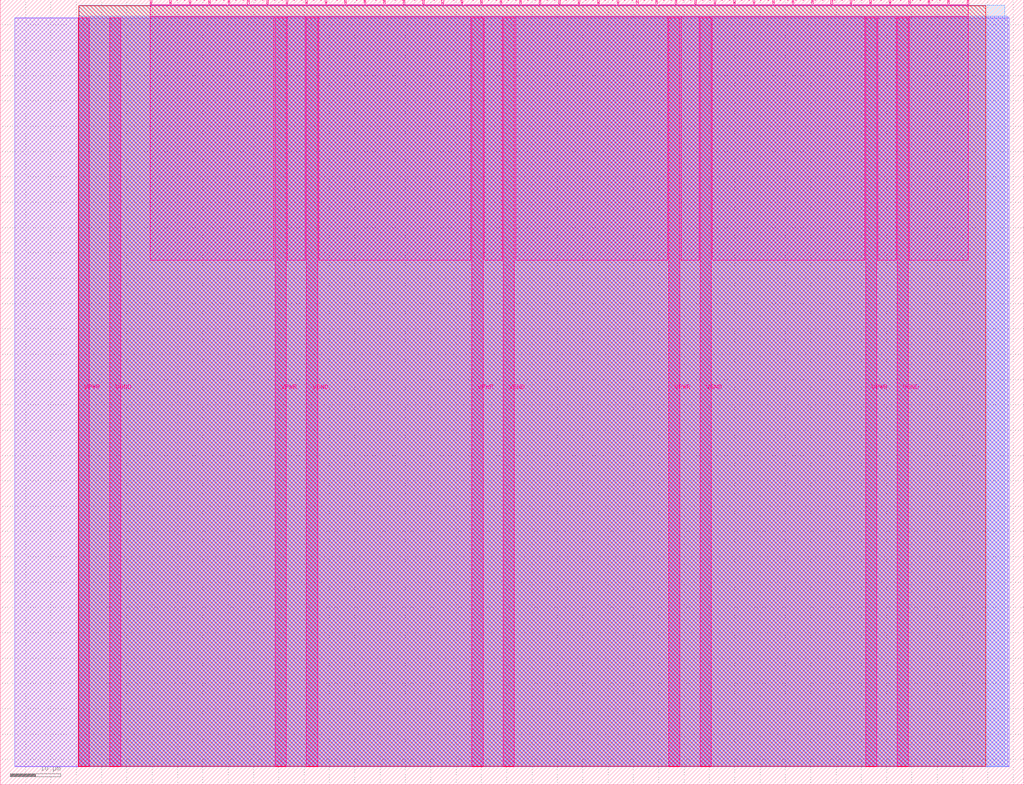
<source format=lef>
VERSION 5.7 ;
  NOWIREEXTENSIONATPIN ON ;
  DIVIDERCHAR "/" ;
  BUSBITCHARS "[]" ;
MACRO tt_um_algofoogle_ro_worker
  CLASS BLOCK ;
  FOREIGN tt_um_algofoogle_ro_worker ;
  ORIGIN 0.000 0.000 ;
  SIZE 202.080 BY 154.980 ;
  PIN VGND
    DIRECTION INOUT ;
    USE GROUND ;
    PORT
      LAYER Metal5 ;
        RECT 21.580 3.560 23.780 151.420 ;
    END
    PORT
      LAYER Metal5 ;
        RECT 60.450 3.560 62.650 151.420 ;
    END
    PORT
      LAYER Metal5 ;
        RECT 99.320 3.560 101.520 151.420 ;
    END
    PORT
      LAYER Metal5 ;
        RECT 138.190 3.560 140.390 151.420 ;
    END
    PORT
      LAYER Metal5 ;
        RECT 177.060 3.560 179.260 151.420 ;
    END
  END VGND
  PIN VPWR
    DIRECTION INOUT ;
    USE POWER ;
    PORT
      LAYER Metal5 ;
        RECT 15.380 3.560 17.580 151.420 ;
    END
    PORT
      LAYER Metal5 ;
        RECT 54.250 3.560 56.450 151.420 ;
    END
    PORT
      LAYER Metal5 ;
        RECT 93.120 3.560 95.320 151.420 ;
    END
    PORT
      LAYER Metal5 ;
        RECT 131.990 3.560 134.190 151.420 ;
    END
    PORT
      LAYER Metal5 ;
        RECT 170.860 3.560 173.060 151.420 ;
    END
  END VPWR
  PIN clk
    DIRECTION INPUT ;
    USE SIGNAL ;
    ANTENNAGATEAREA 0.180700 ;
    PORT
      LAYER Metal5 ;
        RECT 187.050 153.980 187.350 154.980 ;
    END
  END clk
  PIN ena
    DIRECTION INPUT ;
    USE SIGNAL ;
    ANTENNAGATEAREA 0.180700 ;
    PORT
      LAYER Metal5 ;
        RECT 190.890 153.980 191.190 154.980 ;
    END
  END ena
  PIN rst_n
    DIRECTION INPUT ;
    USE SIGNAL ;
    ANTENNAGATEAREA 0.180700 ;
    PORT
      LAYER Metal5 ;
        RECT 183.210 153.980 183.510 154.980 ;
    END
  END rst_n
  PIN ui_in[0]
    DIRECTION INPUT ;
    USE SIGNAL ;
    ANTENNAGATEAREA 0.180700 ;
    PORT
      LAYER Metal5 ;
        RECT 179.370 153.980 179.670 154.980 ;
    END
  END ui_in[0]
  PIN ui_in[1]
    DIRECTION INPUT ;
    USE SIGNAL ;
    ANTENNAGATEAREA 0.180700 ;
    PORT
      LAYER Metal5 ;
        RECT 175.530 153.980 175.830 154.980 ;
    END
  END ui_in[1]
  PIN ui_in[2]
    DIRECTION INPUT ;
    USE SIGNAL ;
    ANTENNAGATEAREA 0.180700 ;
    PORT
      LAYER Metal5 ;
        RECT 171.690 153.980 171.990 154.980 ;
    END
  END ui_in[2]
  PIN ui_in[3]
    DIRECTION INPUT ;
    USE SIGNAL ;
    ANTENNAGATEAREA 0.180700 ;
    PORT
      LAYER Metal5 ;
        RECT 167.850 153.980 168.150 154.980 ;
    END
  END ui_in[3]
  PIN ui_in[4]
    DIRECTION INPUT ;
    USE SIGNAL ;
    ANTENNAGATEAREA 0.180700 ;
    PORT
      LAYER Metal5 ;
        RECT 164.010 153.980 164.310 154.980 ;
    END
  END ui_in[4]
  PIN ui_in[5]
    DIRECTION INPUT ;
    USE SIGNAL ;
    ANTENNAGATEAREA 0.180700 ;
    PORT
      LAYER Metal5 ;
        RECT 160.170 153.980 160.470 154.980 ;
    END
  END ui_in[5]
  PIN ui_in[6]
    DIRECTION INPUT ;
    USE SIGNAL ;
    ANTENNAGATEAREA 0.180700 ;
    PORT
      LAYER Metal5 ;
        RECT 156.330 153.980 156.630 154.980 ;
    END
  END ui_in[6]
  PIN ui_in[7]
    DIRECTION INPUT ;
    USE SIGNAL ;
    ANTENNAGATEAREA 0.180700 ;
    PORT
      LAYER Metal5 ;
        RECT 152.490 153.980 152.790 154.980 ;
    END
  END ui_in[7]
  PIN uio_in[0]
    DIRECTION INPUT ;
    USE SIGNAL ;
    ANTENNAGATEAREA 0.180700 ;
    PORT
      LAYER Metal5 ;
        RECT 148.650 153.980 148.950 154.980 ;
    END
  END uio_in[0]
  PIN uio_in[1]
    DIRECTION INPUT ;
    USE SIGNAL ;
    ANTENNAGATEAREA 0.180700 ;
    PORT
      LAYER Metal5 ;
        RECT 144.810 153.980 145.110 154.980 ;
    END
  END uio_in[1]
  PIN uio_in[2]
    DIRECTION INPUT ;
    USE SIGNAL ;
    ANTENNAGATEAREA 0.180700 ;
    PORT
      LAYER Metal5 ;
        RECT 140.970 153.980 141.270 154.980 ;
    END
  END uio_in[2]
  PIN uio_in[3]
    DIRECTION INPUT ;
    USE SIGNAL ;
    ANTENNAGATEAREA 0.180700 ;
    PORT
      LAYER Metal5 ;
        RECT 137.130 153.980 137.430 154.980 ;
    END
  END uio_in[3]
  PIN uio_in[4]
    DIRECTION INPUT ;
    USE SIGNAL ;
    PORT
      LAYER Metal5 ;
        RECT 133.290 153.980 133.590 154.980 ;
    END
  END uio_in[4]
  PIN uio_in[5]
    DIRECTION INPUT ;
    USE SIGNAL ;
    PORT
      LAYER Metal5 ;
        RECT 129.450 153.980 129.750 154.980 ;
    END
  END uio_in[5]
  PIN uio_in[6]
    DIRECTION INPUT ;
    USE SIGNAL ;
    PORT
      LAYER Metal5 ;
        RECT 125.610 153.980 125.910 154.980 ;
    END
  END uio_in[6]
  PIN uio_in[7]
    DIRECTION INPUT ;
    USE SIGNAL ;
    PORT
      LAYER Metal5 ;
        RECT 121.770 153.980 122.070 154.980 ;
    END
  END uio_in[7]
  PIN uio_oe[0]
    DIRECTION OUTPUT ;
    USE SIGNAL ;
    ANTENNADIFFAREA 0.299200 ;
    PORT
      LAYER Metal5 ;
        RECT 56.490 153.980 56.790 154.980 ;
    END
  END uio_oe[0]
  PIN uio_oe[1]
    DIRECTION OUTPUT ;
    USE SIGNAL ;
    ANTENNADIFFAREA 0.299200 ;
    PORT
      LAYER Metal5 ;
        RECT 52.650 153.980 52.950 154.980 ;
    END
  END uio_oe[1]
  PIN uio_oe[2]
    DIRECTION OUTPUT ;
    USE SIGNAL ;
    ANTENNADIFFAREA 0.299200 ;
    PORT
      LAYER Metal5 ;
        RECT 48.810 153.980 49.110 154.980 ;
    END
  END uio_oe[2]
  PIN uio_oe[3]
    DIRECTION OUTPUT ;
    USE SIGNAL ;
    ANTENNADIFFAREA 0.299200 ;
    PORT
      LAYER Metal5 ;
        RECT 44.970 153.980 45.270 154.980 ;
    END
  END uio_oe[3]
  PIN uio_oe[4]
    DIRECTION OUTPUT ;
    USE SIGNAL ;
    ANTENNADIFFAREA 0.299200 ;
    PORT
      LAYER Metal5 ;
        RECT 41.130 153.980 41.430 154.980 ;
    END
  END uio_oe[4]
  PIN uio_oe[5]
    DIRECTION OUTPUT ;
    USE SIGNAL ;
    ANTENNADIFFAREA 0.392700 ;
    PORT
      LAYER Metal5 ;
        RECT 37.290 153.980 37.590 154.980 ;
    END
  END uio_oe[5]
  PIN uio_oe[6]
    DIRECTION OUTPUT ;
    USE SIGNAL ;
    ANTENNADIFFAREA 0.392700 ;
    PORT
      LAYER Metal5 ;
        RECT 33.450 153.980 33.750 154.980 ;
    END
  END uio_oe[6]
  PIN uio_oe[7]
    DIRECTION OUTPUT ;
    USE SIGNAL ;
    ANTENNADIFFAREA 0.392700 ;
    PORT
      LAYER Metal5 ;
        RECT 29.610 153.980 29.910 154.980 ;
    END
  END uio_oe[7]
  PIN uio_out[0]
    DIRECTION OUTPUT ;
    USE SIGNAL ;
    ANTENNADIFFAREA 0.299200 ;
    PORT
      LAYER Metal5 ;
        RECT 87.210 153.980 87.510 154.980 ;
    END
  END uio_out[0]
  PIN uio_out[1]
    DIRECTION OUTPUT ;
    USE SIGNAL ;
    ANTENNADIFFAREA 0.299200 ;
    PORT
      LAYER Metal5 ;
        RECT 83.370 153.980 83.670 154.980 ;
    END
  END uio_out[1]
  PIN uio_out[2]
    DIRECTION OUTPUT ;
    USE SIGNAL ;
    ANTENNADIFFAREA 0.299200 ;
    PORT
      LAYER Metal5 ;
        RECT 79.530 153.980 79.830 154.980 ;
    END
  END uio_out[2]
  PIN uio_out[3]
    DIRECTION OUTPUT ;
    USE SIGNAL ;
    ANTENNADIFFAREA 0.299200 ;
    PORT
      LAYER Metal5 ;
        RECT 75.690 153.980 75.990 154.980 ;
    END
  END uio_out[3]
  PIN uio_out[4]
    DIRECTION OUTPUT ;
    USE SIGNAL ;
    ANTENNADIFFAREA 0.299200 ;
    PORT
      LAYER Metal5 ;
        RECT 71.850 153.980 72.150 154.980 ;
    END
  END uio_out[4]
  PIN uio_out[5]
    DIRECTION OUTPUT ;
    USE SIGNAL ;
    ANTENNADIFFAREA 0.654800 ;
    PORT
      LAYER Metal5 ;
        RECT 68.010 153.980 68.310 154.980 ;
    END
  END uio_out[5]
  PIN uio_out[6]
    DIRECTION OUTPUT ;
    USE SIGNAL ;
    ANTENNADIFFAREA 0.654800 ;
    PORT
      LAYER Metal5 ;
        RECT 64.170 153.980 64.470 154.980 ;
    END
  END uio_out[6]
  PIN uio_out[7]
    DIRECTION OUTPUT ;
    USE SIGNAL ;
    ANTENNADIFFAREA 0.654800 ;
    PORT
      LAYER Metal5 ;
        RECT 60.330 153.980 60.630 154.980 ;
    END
  END uio_out[7]
  PIN uo_out[0]
    DIRECTION OUTPUT ;
    USE SIGNAL ;
    ANTENNADIFFAREA 0.654800 ;
    PORT
      LAYER Metal5 ;
        RECT 117.930 153.980 118.230 154.980 ;
    END
  END uo_out[0]
  PIN uo_out[1]
    DIRECTION OUTPUT ;
    USE SIGNAL ;
    ANTENNADIFFAREA 0.654800 ;
    PORT
      LAYER Metal5 ;
        RECT 114.090 153.980 114.390 154.980 ;
    END
  END uo_out[1]
  PIN uo_out[2]
    DIRECTION OUTPUT ;
    USE SIGNAL ;
    ANTENNADIFFAREA 0.654800 ;
    PORT
      LAYER Metal5 ;
        RECT 110.250 153.980 110.550 154.980 ;
    END
  END uo_out[2]
  PIN uo_out[3]
    DIRECTION OUTPUT ;
    USE SIGNAL ;
    ANTENNADIFFAREA 0.654800 ;
    PORT
      LAYER Metal5 ;
        RECT 106.410 153.980 106.710 154.980 ;
    END
  END uo_out[3]
  PIN uo_out[4]
    DIRECTION OUTPUT ;
    USE SIGNAL ;
    ANTENNADIFFAREA 0.654800 ;
    PORT
      LAYER Metal5 ;
        RECT 102.570 153.980 102.870 154.980 ;
    END
  END uo_out[4]
  PIN uo_out[5]
    DIRECTION OUTPUT ;
    USE SIGNAL ;
    ANTENNADIFFAREA 0.654800 ;
    PORT
      LAYER Metal5 ;
        RECT 98.730 153.980 99.030 154.980 ;
    END
  END uo_out[5]
  PIN uo_out[6]
    DIRECTION OUTPUT ;
    USE SIGNAL ;
    ANTENNADIFFAREA 0.654800 ;
    PORT
      LAYER Metal5 ;
        RECT 94.890 153.980 95.190 154.980 ;
    END
  END uo_out[6]
  PIN uo_out[7]
    DIRECTION OUTPUT ;
    USE SIGNAL ;
    ANTENNADIFFAREA 0.654800 ;
    PORT
      LAYER Metal5 ;
        RECT 91.050 153.980 91.350 154.980 ;
    END
  END uo_out[7]
  OBS
      LAYER GatPoly ;
        RECT 2.880 3.630 199.200 151.350 ;
      LAYER Metal1 ;
        RECT 2.880 3.560 199.200 151.420 ;
      LAYER Metal2 ;
        RECT 15.515 3.680 198.865 151.720 ;
      LAYER Metal3 ;
        RECT 15.560 3.635 198.340 153.865 ;
      LAYER Metal4 ;
        RECT 15.515 3.680 194.545 153.820 ;
      LAYER Metal5 ;
        RECT 30.120 153.770 33.240 153.980 ;
        RECT 33.960 153.770 37.080 153.980 ;
        RECT 37.800 153.770 40.920 153.980 ;
        RECT 41.640 153.770 44.760 153.980 ;
        RECT 45.480 153.770 48.600 153.980 ;
        RECT 49.320 153.770 52.440 153.980 ;
        RECT 53.160 153.770 56.280 153.980 ;
        RECT 57.000 153.770 60.120 153.980 ;
        RECT 60.840 153.770 63.960 153.980 ;
        RECT 64.680 153.770 67.800 153.980 ;
        RECT 68.520 153.770 71.640 153.980 ;
        RECT 72.360 153.770 75.480 153.980 ;
        RECT 76.200 153.770 79.320 153.980 ;
        RECT 80.040 153.770 83.160 153.980 ;
        RECT 83.880 153.770 87.000 153.980 ;
        RECT 87.720 153.770 90.840 153.980 ;
        RECT 91.560 153.770 94.680 153.980 ;
        RECT 95.400 153.770 98.520 153.980 ;
        RECT 99.240 153.770 102.360 153.980 ;
        RECT 103.080 153.770 106.200 153.980 ;
        RECT 106.920 153.770 110.040 153.980 ;
        RECT 110.760 153.770 113.880 153.980 ;
        RECT 114.600 153.770 117.720 153.980 ;
        RECT 118.440 153.770 121.560 153.980 ;
        RECT 122.280 153.770 125.400 153.980 ;
        RECT 126.120 153.770 129.240 153.980 ;
        RECT 129.960 153.770 133.080 153.980 ;
        RECT 133.800 153.770 136.920 153.980 ;
        RECT 137.640 153.770 140.760 153.980 ;
        RECT 141.480 153.770 144.600 153.980 ;
        RECT 145.320 153.770 148.440 153.980 ;
        RECT 149.160 153.770 152.280 153.980 ;
        RECT 153.000 153.770 156.120 153.980 ;
        RECT 156.840 153.770 159.960 153.980 ;
        RECT 160.680 153.770 163.800 153.980 ;
        RECT 164.520 153.770 167.640 153.980 ;
        RECT 168.360 153.770 171.480 153.980 ;
        RECT 172.200 153.770 175.320 153.980 ;
        RECT 176.040 153.770 179.160 153.980 ;
        RECT 179.880 153.770 183.000 153.980 ;
        RECT 183.720 153.770 186.840 153.980 ;
        RECT 187.560 153.770 190.680 153.980 ;
        RECT 29.660 151.630 191.140 153.770 ;
        RECT 29.660 103.595 54.040 151.630 ;
        RECT 56.660 103.595 60.240 151.630 ;
        RECT 62.860 103.595 92.910 151.630 ;
        RECT 95.530 103.595 99.110 151.630 ;
        RECT 101.730 103.595 131.780 151.630 ;
        RECT 134.400 103.595 137.980 151.630 ;
        RECT 140.600 103.595 170.650 151.630 ;
        RECT 173.270 103.595 176.850 151.630 ;
        RECT 179.470 103.595 191.140 151.630 ;
  END
END tt_um_algofoogle_ro_worker
END LIBRARY


</source>
